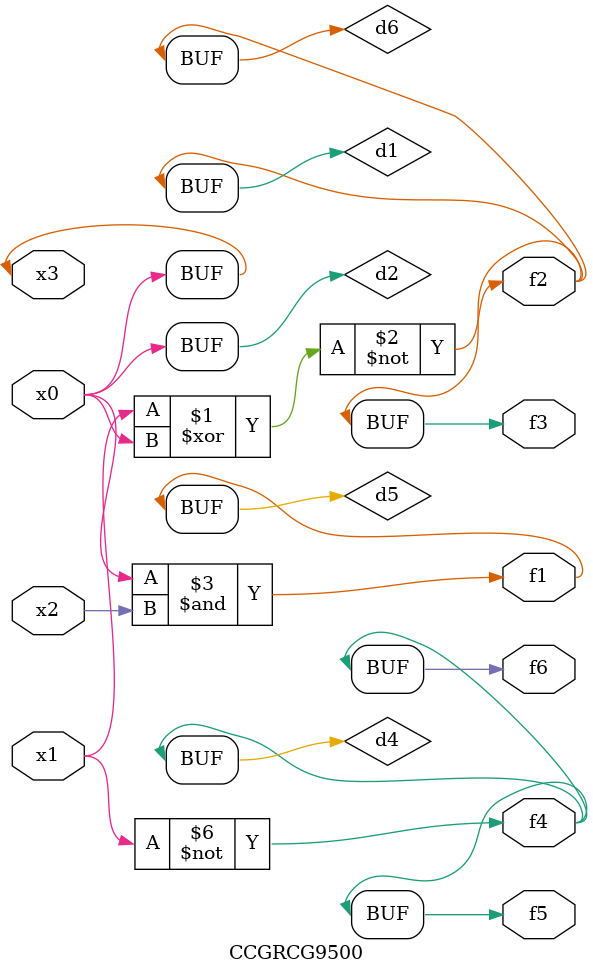
<source format=v>
module CCGRCG9500(
	input x0, x1, x2, x3,
	output f1, f2, f3, f4, f5, f6
);

	wire d1, d2, d3, d4, d5, d6;

	xnor (d1, x1, x3);
	buf (d2, x0, x3);
	nand (d3, x0, x2);
	not (d4, x1);
	nand (d5, d3);
	or (d6, d1);
	assign f1 = d5;
	assign f2 = d6;
	assign f3 = d6;
	assign f4 = d4;
	assign f5 = d4;
	assign f6 = d4;
endmodule

</source>
